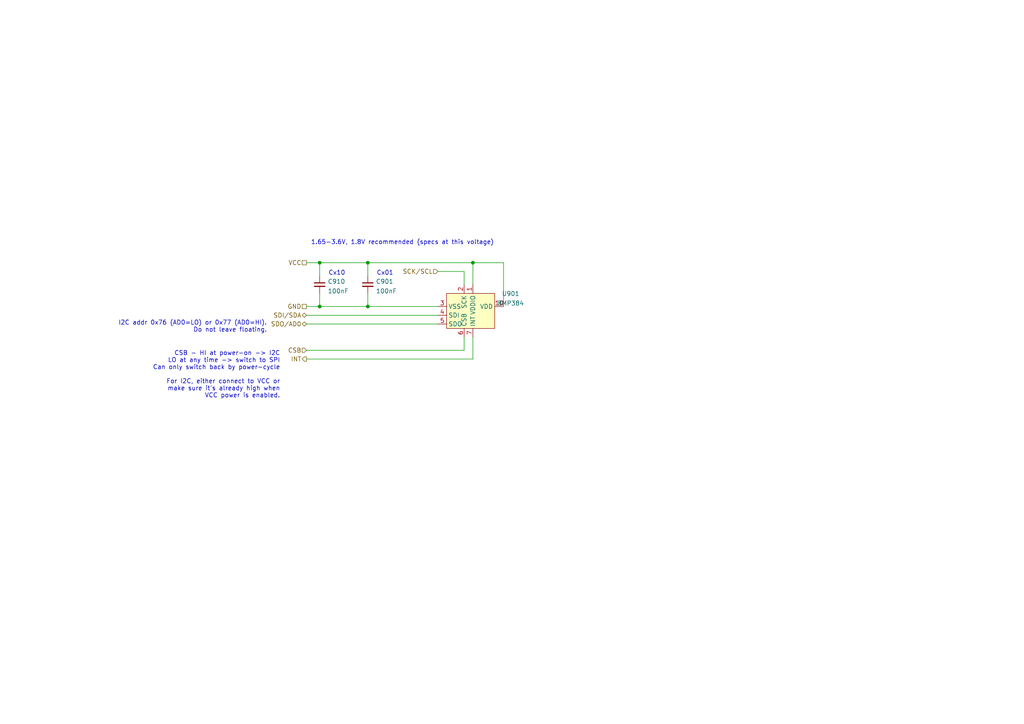
<source format=kicad_sch>
(kicad_sch (version 20211123) (generator eeschema)
  (paper "A4")
  (lib_symbols
    (symbol "Device:C_Small" (pin_numbers hide) (pin_names (offset 0.254) hide)
      (property "Reference" "C" (at 0.254 1.778 0))
      (property "Value" "C_Small" (at 0.254 -2.032 0))
      (symbol "C_Small_0_1"
        (polyline (pts (xy -1.524 -0.508) (xy 1.524 -0.508)) (stroke (width 0.3302)))
        (polyline (pts (xy -1.524 0.508) (xy 1.524 0.508)) (stroke (width 0.3048)))
      )
      (symbol "C_Small_1_1"
        (pin passive line (at 0 2.54 270) (length 2.032) (name "~") (number "1"))
        (pin passive line (at 0 -2.54 90) (length 2.032) (name "~") (number "2"))
      )
    )
    (symbol "KwanSystems:BMP384"
      (property "Reference" "U" (at -8.89 7.62 0))
      (property "Value" "BMP384" (at -11.43 -7.62 0))
      (symbol "BMP384_0_1"
        (rectangle (start -7.62 6.35) (end 6.35 -3.81) (stroke (width 0.1524)) (fill (type background)))
      )
      (symbol "BMP384_1_1"
        (pin passive line (at 0 8.89 270) (length 2.54) (name "VDDIO") (number "1"))
        (pin passive line (at 8.89 2.54 180) (length 2.54) (name "VDD") (number "10"))
        (pin input line (at -2.54 8.89 270) (length 2.54) (name "SCK") (number "2"))
        (pin passive line (at -10.16 2.54 0) (length 2.54) (name "VSS") (number "3"))
        (pin bidirectional line (at -10.16 0 0) (length 2.54) (name "SDI") (number "4"))
        (pin bidirectional line (at -10.16 -2.54 0) (length 2.54) (name "SDO") (number "5"))
        (pin input line (at -2.54 -6.35 90) (length 2.54) (name "CSB") (number "6"))
        (pin input line (at 0 -6.35 90) (length 2.54) (name "INT") (number "7"))
        (pin passive line (at -10.16 2.54 0) (length 2.54) hide (name "VSS") (number "8"))
        (pin passive line (at -10.16 2.54 0) (length 2.54) hide (name "VSS") (number "9"))
      )
    )
  )
  (junction (at 92.71 76.2))
  (junction (at 92.71 88.9))
  (junction (at 106.68 76.2))
  (junction (at 106.68 88.9))
  (junction (at 137.16 76.2))
  (wire (pts (xy 88.9 101.6) (xy 134.62 101.6)))
  (wire (pts (xy 106.68 88.9) (xy 127 88.9)))
  (wire (pts (xy 92.71 76.2) (xy 106.68 76.2)))
  (wire (pts (xy 127 78.74) (xy 134.62 78.74)))
  (wire (pts (xy 106.68 85.09) (xy 106.68 88.9)))
  (wire (pts (xy 88.9 76.2) (xy 92.71 76.2)))
  (wire (pts (xy 92.71 76.2) (xy 92.71 80.01)))
  (wire (pts (xy 88.9 104.14) (xy 137.16 104.14)))
  (wire (pts (xy 88.9 91.44) (xy 127 91.44)))
  (wire (pts (xy 106.68 76.2) (xy 106.68 80.01)))
  (wire (pts (xy 88.9 93.98) (xy 127 93.98)))
  (wire (pts (xy 137.16 76.2) (xy 137.16 82.55)))
  (wire (pts (xy 134.62 78.74) (xy 134.62 82.55)))
  (wire (pts (xy 146.05 76.2) (xy 146.05 88.9)))
  (wire (pts (xy 134.62 97.79) (xy 134.62 101.6)))
  (wire (pts (xy 92.71 88.9) (xy 106.68 88.9)))
  (wire (pts (xy 92.71 85.09) (xy 92.71 88.9)))
  (wire (pts (xy 88.9 88.9) (xy 92.71 88.9)))
  (wire (pts (xy 137.16 76.2) (xy 146.05 76.2)))
  (wire (pts (xy 106.68 76.2) (xy 137.16 76.2)))
  (wire (pts (xy 137.16 97.79) (xy 137.16 104.14)))
  (text "Cx10" (at 95.25 80.01 0) (effects (font (size 1.27 1.27)) (justify left bottom)))
  (text "1.65-3.6V, 1.8V recommended (specs at this voltage)" (at 90.17 71.12 0) (effects (font (size 1.27 1.27)) (justify left bottom)))
  (text "Cx01" (at 109.22 80.01 0) (effects (font (size 1.27 1.27)) (justify left bottom)))
  (text "CSB - HI at power-on -> I2C\n      LO at any time -> switch to SPI\n      Can only switch back by power-cycle\n\nFor I2C, either connect to VCC or\nmake sure it's already high when\nVCC power is enabled." (at 81.28 115.57 0) (effects (font (size 1.27 1.27)) (justify right bottom)))
  (text "I2C addr 0x76 (AD0=LO) or 0x77 (AD0=HI).\nDo not leave floating." (at 77.47 96.52 0) (effects (font (size 1.27 1.27)) (justify right bottom)))
  (hierarchical_label "VCC" (shape passive) (at 88.9 76.2 180))
  (hierarchical_label "CSB" (shape input) (at 88.9 101.6 180))
  (hierarchical_label "SDI{slash}SDA" (shape bidirectional) (at 88.9 91.44 180))
  (hierarchical_label "GND" (shape passive) (at 88.9 88.9 180))
  (hierarchical_label "SDO{slash}AD0" (shape bidirectional) (at 88.9 93.98 180))
  (hierarchical_label "SCK{slash}SCL" (shape input) (at 127 78.74 180))
  (hierarchical_label "INT" (shape output) (at 88.9 104.14 180))
  (symbol (lib_id "KwanSystems:BMP384") (at 137.16 91.44 0)
    (property "Reference" "U901" (at 148.1106 85.1748 0))
    (property "Value" "BMP384" (at 148.1106 87.9499 0))
    (property "Footprint" "KwanSystems:BMP384" (effects hide))
    (property "Datasheet" "https://media.digikey.com/pdf/Data%20Sheets/Bosch/bst-bmp384-ds003.pdf" (effects hide))
  )
  (symbol (lib_id "Device:C_Small") (at 92.71 82.55 0)
    (property "Reference" "C910" (at 95.0341 81.6478 0) (effects (justify left)))
    (property "Value" "100nF" (at 95.0341 84.4229 0) (effects (justify left)))
    (property "Footprint" "Capacitor_SMD:C_0402_1005Metric" (effects hide))
  )
  (symbol (lib_id "Device:C_Small") (at 106.68 82.55 0)
    (property "Reference" "C901" (at 109.0041 81.6478 0) (effects (justify left)))
    (property "Value" "100nF" (at 109.0041 84.4229 0) (effects (justify left)))
    (property "Footprint" "Capacitor_SMD:C_0402_1005Metric" (effects hide))
  )
)
</source>
